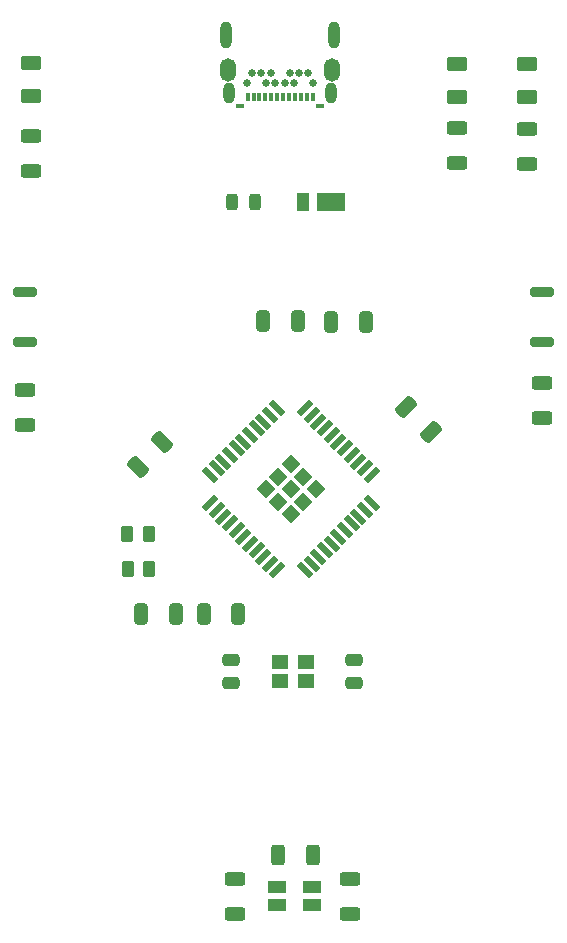
<source format=gtp>
G04 #@! TF.GenerationSoftware,KiCad,Pcbnew,6.0.11-2627ca5db0~126~ubuntu22.04.1*
G04 #@! TF.CreationDate,2023-08-07T18:38:46+02:00*
G04 #@! TF.ProjectId,Qoobinoo,516f6f62-696e-46f6-9f2e-6b696361645f,rev?*
G04 #@! TF.SameCoordinates,Original*
G04 #@! TF.FileFunction,Paste,Top*
G04 #@! TF.FilePolarity,Positive*
%FSLAX46Y46*%
G04 Gerber Fmt 4.6, Leading zero omitted, Abs format (unit mm)*
G04 Created by KiCad (PCBNEW 6.0.11-2627ca5db0~126~ubuntu22.04.1) date 2023-08-07 18:38:46*
%MOMM*%
%LPD*%
G01*
G04 APERTURE LIST*
G04 Aperture macros list*
%AMRoundRect*
0 Rectangle with rounded corners*
0 $1 Rounding radius*
0 $2 $3 $4 $5 $6 $7 $8 $9 X,Y pos of 4 corners*
0 Add a 4 corners polygon primitive as box body*
4,1,4,$2,$3,$4,$5,$6,$7,$8,$9,$2,$3,0*
0 Add four circle primitives for the rounded corners*
1,1,$1+$1,$2,$3*
1,1,$1+$1,$4,$5*
1,1,$1+$1,$6,$7*
1,1,$1+$1,$8,$9*
0 Add four rect primitives between the rounded corners*
20,1,$1+$1,$2,$3,$4,$5,0*
20,1,$1+$1,$4,$5,$6,$7,0*
20,1,$1+$1,$6,$7,$8,$9,0*
20,1,$1+$1,$8,$9,$2,$3,0*%
%AMRotRect*
0 Rectangle, with rotation*
0 The origin of the aperture is its center*
0 $1 length*
0 $2 width*
0 $3 Rotation angle, in degrees counterclockwise*
0 Add horizontal line*
21,1,$1,$2,0,0,$3*%
G04 Aperture macros list end*
%ADD10RoundRect,0.200000X-0.800000X0.200000X-0.800000X-0.200000X0.800000X-0.200000X0.800000X0.200000X0*%
%ADD11RoundRect,0.250000X-0.475000X0.250000X-0.475000X-0.250000X0.475000X-0.250000X0.475000X0.250000X0*%
%ADD12RoundRect,0.250000X-0.325000X-0.650000X0.325000X-0.650000X0.325000X0.650000X-0.325000X0.650000X0*%
%ADD13RoundRect,0.250000X0.312500X0.625000X-0.312500X0.625000X-0.312500X-0.625000X0.312500X-0.625000X0*%
%ADD14RoundRect,0.250000X0.625000X-0.375000X0.625000X0.375000X-0.625000X0.375000X-0.625000X-0.375000X0*%
%ADD15RoundRect,0.250000X-0.262500X-0.450000X0.262500X-0.450000X0.262500X0.450000X-0.262500X0.450000X0*%
%ADD16RoundRect,0.250000X-0.689429X-0.229810X-0.229810X-0.689429X0.689429X0.229810X0.229810X0.689429X0*%
%ADD17RoundRect,0.250000X-0.625000X0.312500X-0.625000X-0.312500X0.625000X-0.312500X0.625000X0.312500X0*%
%ADD18RoundRect,0.200000X0.800000X-0.200000X0.800000X0.200000X-0.800000X0.200000X-0.800000X-0.200000X0*%
%ADD19RoundRect,0.250000X0.625000X-0.312500X0.625000X0.312500X-0.625000X0.312500X-0.625000X-0.312500X0*%
%ADD20RoundRect,0.250000X0.325000X0.650000X-0.325000X0.650000X-0.325000X-0.650000X0.325000X-0.650000X0*%
%ADD21R,1.400000X1.200000*%
%ADD22RoundRect,0.250000X-0.229810X0.689429X-0.689429X0.229810X0.229810X-0.689429X0.689429X-0.229810X0*%
%ADD23RotRect,1.160000X1.160000X45.000000*%
%ADD24RotRect,1.500000X0.550000X45.000000*%
%ADD25RotRect,1.500000X0.550000X135.000000*%
%ADD26R,2.400000X1.500000*%
%ADD27R,1.050000X1.500000*%
%ADD28R,0.300000X0.700000*%
%ADD29C,0.650000*%
%ADD30O,0.950000X1.800000*%
%ADD31R,0.700000X0.350000*%
%ADD32O,0.950000X2.280000*%
%ADD33O,1.330000X1.980000*%
%ADD34RoundRect,0.243750X-0.243750X-0.456250X0.243750X-0.456250X0.243750X0.456250X-0.243750X0.456250X0*%
%ADD35RoundRect,0.250000X0.475000X-0.250000X0.475000X0.250000X-0.475000X0.250000X-0.475000X-0.250000X0*%
%ADD36R,1.500000X1.100000*%
G04 APERTURE END LIST*
D10*
X128650000Y-75160000D03*
X128650000Y-79360000D03*
D11*
X156440000Y-106350000D03*
X156440000Y-108250000D03*
D12*
X154545000Y-77740000D03*
X157495000Y-77740000D03*
X148785000Y-77630000D03*
X151735000Y-77630000D03*
D13*
X153005000Y-122810000D03*
X150080000Y-122810000D03*
D14*
X129100000Y-58582500D03*
X129100000Y-55782500D03*
D15*
X137265000Y-95650000D03*
X139090000Y-95650000D03*
D16*
X160908768Y-84888768D03*
X162994734Y-86974734D03*
D17*
X165240000Y-61277500D03*
X165240000Y-64202500D03*
D18*
X172380000Y-79360000D03*
X172380000Y-75160000D03*
D19*
X146407522Y-127812500D03*
X146407522Y-124887500D03*
X172380000Y-85802500D03*
X172380000Y-82877500D03*
D17*
X128650000Y-83467500D03*
X128650000Y-86392500D03*
D14*
X165240000Y-58622500D03*
X165240000Y-55822500D03*
D15*
X137315000Y-98650000D03*
X139140000Y-98650000D03*
D20*
X141425000Y-102410000D03*
X138475000Y-102410000D03*
D19*
X156180000Y-127812500D03*
X156180000Y-124887500D03*
D21*
X152420000Y-106500000D03*
X150220000Y-106500000D03*
X150220000Y-108100000D03*
X152420000Y-108100000D03*
D17*
X171160000Y-61377500D03*
X171160000Y-64302500D03*
D22*
X140244734Y-87885266D03*
X138158768Y-89971232D03*
D23*
X151130000Y-89737360D03*
X152190660Y-92919340D03*
X150069340Y-92919340D03*
X151130000Y-93980000D03*
X151130000Y-91858680D03*
X149008680Y-91858680D03*
X150069340Y-90798020D03*
X152190660Y-90798020D03*
X153251320Y-91858680D03*
D24*
X144271064Y-93060762D03*
X144836750Y-93626447D03*
X145402435Y-94192132D03*
X145968120Y-94757818D03*
X146533806Y-95323503D03*
X147099491Y-95889189D03*
X147665177Y-96454874D03*
X148230862Y-97020560D03*
X148796548Y-97586245D03*
X149362233Y-98151930D03*
X149927918Y-98717616D03*
D25*
X152332082Y-98717616D03*
X152897767Y-98151930D03*
X153463452Y-97586245D03*
X154029138Y-97020560D03*
X154594823Y-96454874D03*
X155160509Y-95889189D03*
X155726194Y-95323503D03*
X156291880Y-94757818D03*
X156857565Y-94192132D03*
X157423250Y-93626447D03*
X157988936Y-93060762D03*
D24*
X157988936Y-90656598D03*
X157423250Y-90090913D03*
X156857565Y-89525228D03*
X156291880Y-88959542D03*
X155726194Y-88393857D03*
X155160509Y-87828171D03*
X154594823Y-87262486D03*
X154029138Y-86696800D03*
X153463452Y-86131115D03*
X152897767Y-85565430D03*
X152332082Y-84999744D03*
D25*
X149927918Y-84999744D03*
X149362233Y-85565430D03*
X148796548Y-86131115D03*
X148230862Y-86696800D03*
X147665177Y-87262486D03*
X147099491Y-87828171D03*
X146533806Y-88393857D03*
X145968120Y-88959542D03*
X145402435Y-89525228D03*
X144836750Y-90090913D03*
X144271064Y-90656598D03*
D14*
X171160000Y-58622500D03*
X171160000Y-55822500D03*
D26*
X154570000Y-67540000D03*
D27*
X152195000Y-67540000D03*
D17*
X129100000Y-61965000D03*
X129100000Y-64890000D03*
D28*
X152975000Y-58610000D03*
X152475000Y-58610000D03*
X151975000Y-58610000D03*
X151475000Y-58610000D03*
X150975000Y-58610000D03*
X150475000Y-58610000D03*
X149975000Y-58610000D03*
X149475000Y-58610000D03*
X148975000Y-58610000D03*
X148475000Y-58610000D03*
X147975000Y-58610000D03*
X147475000Y-58610000D03*
D29*
X147425000Y-57500000D03*
X147825000Y-56600000D03*
X148625000Y-56600000D03*
X149025000Y-57500000D03*
X149425000Y-56600000D03*
X149825000Y-57500000D03*
X150625000Y-57500000D03*
X151025000Y-56600000D03*
X151425000Y-57500000D03*
X151825000Y-56600000D03*
X152625000Y-56600000D03*
X153025000Y-57500000D03*
D30*
X145930000Y-58330000D03*
D31*
X153600000Y-59395000D03*
D32*
X145650000Y-53440000D03*
D33*
X154615000Y-56350000D03*
D30*
X154520000Y-58330000D03*
D33*
X145835000Y-56350000D03*
D32*
X154800000Y-53440000D03*
D31*
X146850000Y-59395000D03*
D20*
X146697500Y-102410000D03*
X143747500Y-102410000D03*
D34*
X146182500Y-67540000D03*
X148057500Y-67540000D03*
D35*
X146050000Y-108250000D03*
X146050000Y-106350000D03*
D36*
X149925044Y-125570000D03*
X152925044Y-125570000D03*
X152925044Y-127070000D03*
X149925044Y-127070000D03*
M02*

</source>
